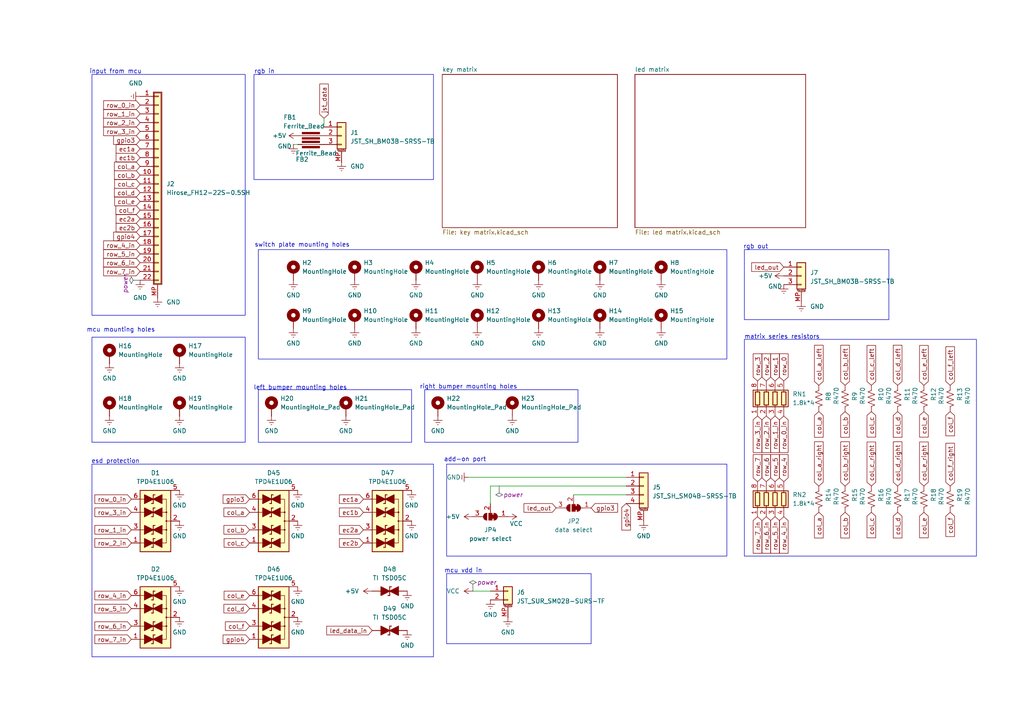
<source format=kicad_sch>
(kicad_sch (version 20231120) (generator "eeschema") (generator_version "8.0")
  (paper "A4")
  (title_block (title "coquette switch matrix (parpar)") (date "2025-01-20") (rev "2.0"))
  (lib_symbols
    (symbol "Connector_Generic_MountingPin:Conn_01x02_MountingPin" (pin_names (offset 1.016) hide)
      (property "Reference" "J" (at 0 2.54 0))
      (property "Value" "Conn_01x02_MountingPin" (at 1.27 -5.08 0))
      (symbol "Conn_01x02_MountingPin_1_1"
        (text "Mounting" (at 0 -4.191 0) (effects (font (size 0.381 0.381))))
        (pin passive line (at -5.08 0 0) (length 3.81) (name "Pin_1") (number "1"))
        (pin passive line (at -5.08 -2.54 0) (length 3.81) (name "Pin_2") (number "2"))
        (pin passive line (at 0 -7.62 90) (length 3.048) (name "MountPin") (number "MP"))
      )
    )
    (symbol "Connector_Generic_MountingPin:Conn_01x03_MountingPin" (pin_names (offset 1.016) hide)
      (property "Reference" "J" (at 0 5.08 0))
      (property "Value" "Conn_01x03_MountingPin" (at 1.27 -5.08 0))
      (symbol "Conn_01x03_MountingPin_1_1"
        (text "Mounting" (at 0 -4.191 0) (effects (font (size 0.381 0.381))))
        (pin passive line (at -5.08 2.54 0) (length 3.81) (name "Pin_1") (number "1"))
        (pin passive line (at -5.08 0 0) (length 3.81) (name "Pin_2") (number "2"))
        (pin passive line (at -5.08 -2.54 0) (length 3.81) (name "Pin_3") (number "3"))
        (pin passive line (at 0 -7.62 90) (length 3.048) (name "MountPin") (number "MP"))
      )
    )
    (symbol "Connector_Generic_MountingPin:Conn_01x04_MountingPin" (pin_names (offset 1.016) hide)
      (property "Reference" "J" (at 0 5.08 0))
      (property "Value" "Conn_01x04_MountingPin" (at 1.27 -7.62 0))
      (symbol "Conn_01x04_MountingPin_1_1"
        (text "Mounting" (at 0 -6.731 0) (effects (font (size 0.381 0.381))))
        (pin passive line (at -5.08 2.54 0) (length 3.81) (name "Pin_1") (number "1"))
        (pin passive line (at -5.08 0 0) (length 3.81) (name "Pin_2") (number "2"))
        (pin passive line (at -5.08 -2.54 0) (length 3.81) (name "Pin_3") (number "3"))
        (pin passive line (at -5.08 -5.08 0) (length 3.81) (name "Pin_4") (number "4"))
        (pin passive line (at 0 -10.16 90) (length 3.048) (name "MountPin") (number "MP"))
      )
    )
    (symbol "Connector_Generic_Shielded:Conn_01x22_Shielded" (pin_names (offset 1.016) hide)
      (property "Reference" "J1" (at 2.54 0.0001 0))
      (property "Value" "Conn_01x24_Shielded" (at 2.54 -2.5399 0))
      (symbol "Conn_01x22_Shielded_1_1"
        (pin passive line (at -5.08 25.4 0) (length 4.064) (name "Pin_1") (number "1"))
        (pin passive line (at -5.08 2.54 0) (length 4.064) (name "Pin_10") (number "10"))
        (pin passive line (at -5.08 0 0) (length 4.064) (name "Pin_11") (number "11"))
        (pin passive line (at -5.08 -2.54 0) (length 4.064) (name "Pin_12") (number "12"))
        (pin passive line (at -5.08 -5.08 0) (length 4.064) (name "Pin_13") (number "13"))
        (pin passive line (at -5.08 -7.62 0) (length 4.064) (name "Pin_14") (number "14"))
        (pin passive line (at -5.08 -10.16 0) (length 4.064) (name "Pin_15") (number "15"))
        (pin passive line (at -5.08 -12.7 0) (length 4.064) (name "Pin_16") (number "16"))
        (pin passive line (at -5.08 -15.24 0) (length 4.064) (name "Pin_17") (number "17"))
        (pin passive line (at -5.08 -17.78 0) (length 4.064) (name "Pin_18") (number "18"))
        (pin passive line (at -5.08 -20.32 0) (length 4.064) (name "Pin_19") (number "19"))
        (pin passive line (at -5.08 22.86 0) (length 4.064) (name "Pin_2") (number "2"))
        (pin passive line (at -5.08 -22.86 0) (length 4.064) (name "Pin_20") (number "20"))
        (pin passive line (at -5.08 -25.4 0) (length 4.064) (name "Pin_21") (number "21"))
        (pin passive line (at -5.08 -27.94 0) (length 4.064) (name "Pin_22") (number "22"))
        (pin passive line (at -5.08 20.32 0) (length 4.064) (name "Pin_3") (number "3"))
        (pin passive line (at -5.08 17.78 0) (length 4.064) (name "Pin_4") (number "4"))
        (pin passive line (at -5.08 15.24 0) (length 4.064) (name "Pin_5") (number "5"))
        (pin passive line (at -5.08 12.7 0) (length 4.064) (name "Pin_6") (number "6"))
        (pin passive line (at -5.08 10.16 0) (length 4.064) (name "Pin_7") (number "7"))
        (pin passive line (at -5.08 7.62 0) (length 4.064) (name "Pin_8") (number "8"))
        (pin passive line (at -5.08 5.08 0) (length 4.064) (name "Pin_9") (number "9"))
        (pin passive line (at 0 -33.02 90) (length 3.81) (name "MP") (number "MP"))
      )
    )
    (symbol "Device:R_US" (pin_numbers hide) (pin_names (offset 0))
      (property "Reference" "R" (at 2.54 0 90))
      (property "Value" "R_US" (at -2.54 0 90))
      (symbol "R_US_1_1"
        (pin passive line (at 0 3.81 270) (length 1.27) (name "~") (number "1"))
        (pin passive line (at 0 -3.81 90) (length 1.27) (name "~") (number "2"))
      )
    )
    (symbol "Jumper:SolderJumper_3_Bridged12" (pin_names (offset 0) hide) (exclude_from_sim yes) (in_bom no)
      (property "Reference" "JP" (at -2.54 -2.54 0))
      (property "Value" "SolderJumper_3_Bridged12" (at 0 2.794 0))
      (symbol "SolderJumper_3_Bridged12_1_1"
        (pin passive line (at -5.08 0 0) (length 2.54) (name "A") (number "1"))
        (pin passive line (at 0 -3.81 90) (length 2.54) (name "C") (number "2"))
        (pin passive line (at 5.08 0 180) (length 2.54) (name "B") (number "3"))
      )
    )
    (symbol "Mechanical:MountingHole_Pad" (pin_numbers hide) (pin_names (offset 1.016) hide) (exclude_from_sim yes) (in_bom no)
      (property "Reference" "H" (at 0 6.35 0))
      (property "Value" "MountingHole_Pad" (at 0 4.445 0))
      (symbol "MountingHole_Pad_1_1"
        (pin input line (at 0 -2.54 90) (length 2.54) (name "1") (number "1"))
      )
    )
    (symbol "PCM_4ms_Power-symbol:+5V" (power) (pin_names (offset 0))
      (property "Value" "+5V" (at 0 3.556 0))
      (symbol "+5V_1_1"
        (pin power_in line (at 0 0 90) (length 0) hide (name "+5V") (number "1"))
      )
    )
    (symbol "PCM_Device_AKL:Ferrite_Bead" (pin_numbers hide) (pin_names (offset 0))
      (property "Reference" "FB" (at 0 4.572 0))
      (property "Value" "Ferrite_Bead" (at 0 3.175 0))
      (symbol "Ferrite_Bead_1_1"
        (pin passive line (at -3.81 0 0) (length 1.27) (name "~") (number "1"))
        (pin passive line (at 3.81 0 180) (length 1.27) (name "~") (number "2"))
      )
    )
    (symbol "PCM_Diode_TVS_AKL:D_TVS_Bidirectional_Generic" (pin_numbers hide) (pin_names (offset 1.016) hide)
      (property "Reference" "D" (at 0 7.62 0))
      (property "Value" "D_TVS_Bidirectional_Generic" (at 0 5.08 0))
      (symbol "D_TVS_Bidirectional_Generic_1_1"
        (pin passive line (at -5.08 0 0) (length 2.54) (name "K") (number "1"))
        (pin passive line (at 5.08 0 180) (length 2.54) (name "A") (number "2"))
      )
      (symbol "D_TVS_Bidirectional_Generic_1_2"
        (pin passive line (at 3.81 3.81 180) (length 0) (name "K") (number "1"))
        (pin passive line (at -3.81 -3.81 0) (length 0) (name "A") (number "2"))
      )
    )
    (symbol "PCM_Resistor_AKL:R_4x0603_Concave" (pin_names (offset 0.002) hide)
      (property "Reference" "RN" (at 5.08 1.27 0))
      (property "Value" "R_4x0603_Concave" (at 5.08 -1.27 0))
      (symbol "R_4x0603_Concave_1_1"
        (pin passive line (at -5.08 -5.08 90) (length 2.54) (name "R1.1") (number "1"))
        (pin passive line (at -2.54 -5.08 90) (length 2.54) (name "R2.1") (number "2"))
        (pin passive line (at 0 -5.08 90) (length 2.54) (name "R3.1") (number "3"))
        (pin passive line (at 2.54 -5.08 90) (length 2.54) (name "R4.1") (number "4"))
        (pin passive line (at 2.54 5.08 270) (length 2.54) (name "R4.2") (number "5"))
        (pin passive line (at 0 5.08 270) (length 2.54) (name "R3.2") (number "6"))
        (pin passive line (at -2.54 5.08 270) (length 2.54) (name "R2.2") (number "7"))
        (pin passive line (at -5.08 5.08 270) (length 2.54) (name "R1.2") (number "8"))
      )
    )
    (symbol "coquette_symbols:TPD4E1U06" (pin_names (offset 1.016) hide)
      (property "Reference" "D10" (at 13.97 -0.635 90))
      (property "Value" "TPD4E1U06" (at 11.43 -0.635 90))
      (symbol "TPD4E1U06_1_1"
        (pin passive line (at -6.35 6.35 270) (length 2.54) (name "L1") (number "1"))
        (pin passive line (at 0 -7.62 90) (length 2.54) (name "VN") (number "2"))
        (pin passive line (at -2.54 6.35 270) (length 2.54) (name "L2") (number "3"))
        (pin passive line (at 2.54 6.35 270) (length 2.54) (name "L3") (number "4"))
        (pin passive line (at 8.89 -7.62 90) (length 2.54) (name "NC") (number "5"))
        (pin passive line (at 6.35 6.35 270) (length 2.54) (name "L4") (number "6"))
      )
    )
    (symbol "power:+5V" (power) (pin_numbers hide) (pin_names (offset 0) hide)
      (property "Value" "+5V" (at 0 3.556 0))
      (symbol "+5V_1_1"
        (pin power_in line (at 0 0 90) (length 0) (name "~") (number "1"))
      )
    )
    (symbol "power:Earth" (power) (pin_numbers hide) (pin_names (offset 0) hide)
      (property "Value" "Earth" (at 0 -3.81 0))
      (symbol "Earth_1_1"
        (pin power_in line (at 0 0 270) (length 0) (name "~") (number "1"))
      )
    )
    (symbol "power:VCC" (power) (pin_numbers hide) (pin_names (offset 0) hide)
      (property "Value" "VCC" (at 0 3.556 0))
      (symbol "VCC_1_1"
        (pin power_in line (at 0 0 90) (length 0) (name "~") (number "1"))
      )
    )
  )
  (wire (pts (xy 166.37 143.51) (xy 181.61 143.51)))
  (wire (pts (xy 85.09 41.91) (xy 86.36 41.91)))
  (wire (pts (xy 137.16 171.45) (xy 142.24 171.45)))
  (wire (pts (xy 142.24 140.97) (xy 142.24 146.05)))
  (wire (pts (xy 181.61 138.43) (xy 135.89 138.43)))
  (wire (pts (xy 142.24 140.97) (xy 181.61 140.97)))
  (wire (pts (xy 93.98 34.29) (xy 93.98 36.83)))
  (rectangle (start 74.93 113.03) (end 119.38 128.27))
  (rectangle (start 129.54 134.62) (end 210.82 161.29))
  (rectangle (start 74.93 72.39) (end 210.82 104.14))
  (rectangle (start 123.19 113.03) (end 167.64 128.27))
  (rectangle (start 26.67 21.59) (end 71.12 91.44))
  (rectangle (start 215.9 98.425) (end 283.21 161.29))
  (rectangle (start 26.67 97.79) (end 71.12 128.27))
  (rectangle (start 26.67 134.62) (end 125.73 190.5))
  (rectangle (start 129.54 166.37) (end 171.45 186.69))
  (rectangle (start 73.66 21.59) (end 125.73 52.07))
  (rectangle (start 215.9 72.39) (end 257.81 92.71))
  (text "add-on port" (at 134.874 133.35 0) (effects (font (size 1.27 1.27))))
  (text "rgb out" (at 219.202 71.628 0) (effects (font (size 1.27 1.27))))
  (text "input from mcu" (at 33.528 20.828 0) (effects (font (size 1.27 1.27))))
  (text "esd protection" (at 33.528 133.858 0) (effects (font (size 1.27 1.27))))
  (text "mcu vdd in" (at 134.366 165.608 0) (effects (font (size 1.27 1.27))))
  (text "mcu mounting holes" (at 35.052 95.758 0) (effects (font (size 1.27 1.27))))
  (text "matrix series resistors" (at 226.822 97.79 0) (effects (font (size 1.27 1.27))))
  (text "rgb in" (at 76.708 20.828 0) (effects (font (size 1.27 1.27))))
  (text "right bumper mounting holes" (at 135.89 112.268 0) (effects (font (size 1.27 1.27))))
  (text "left bumper mounting holes" (at 87.122 112.522 0) (effects (font (size 1.27 1.27))))
  (text "switch plate mounting holes" (at 87.63 71.12 0) (effects (font (size 1.27 1.27))))
  (global_label "row_0_in" (shape input) (at 40.64 30.48 180) (property "Intersheetrefs" "${INTERSHEET_REFS}" (effects (hide yes))))
  (global_label "col_e_right" (shape input) (at 267.97 140.97 90) (property "Intersheetrefs" "${INTERSHEET_REFS}" (effects (hide yes))))
  (global_label "row_3_in" (shape input) (at 38.1 148.59 180) (property "Intersheetrefs" "${INTERSHEET_REFS}" (effects (hide yes))))
  (global_label "col_d_right" (shape input) (at 260.35 140.97 90) (property "Intersheetrefs" "${INTERSHEET_REFS}" (effects (hide yes))))
  (global_label "row_4_in" (shape input) (at 38.1 172.72 180) (property "Intersheetrefs" "${INTERSHEET_REFS}" (effects (hide yes))))
  (global_label "row_5_in" (shape input) (at 40.64 73.66 180) (property "Intersheetrefs" "${INTERSHEET_REFS}" (effects (hide yes))))
  (global_label "ec2b" (shape input) (at 105.41 157.48 180) (property "Intersheetrefs" "${INTERSHEET_REFS}" (effects (hide yes))))
  (global_label "row_6_in" (shape input) (at 38.1 181.61 180) (property "Intersheetrefs" "${INTERSHEET_REFS}" (effects (hide yes))))
  (global_label "row_6_in" (shape input) (at 40.64 76.2 180) (property "Intersheetrefs" "${INTERSHEET_REFS}" (effects (hide yes))))
  (global_label "col_d_left" (shape input) (at 260.35 111.76 90) (property "Intersheetrefs" "${INTERSHEET_REFS}" (effects (hide yes))))
  (global_label "row_1_in" (shape input) (at 40.64 33.02 180) (property "Intersheetrefs" "${INTERSHEET_REFS}" (effects (hide yes))))
  (global_label "col_e" (shape input) (at 267.97 119.38 270) (property "Intersheetrefs" "${INTERSHEET_REFS}" (effects (hide yes))))
  (global_label "ec1a" (shape input) (at 40.64 43.18 180) (property "Intersheetrefs" "${INTERSHEET_REFS}" (effects (hide yes))))
  (global_label "ec1b" (shape input) (at 40.64 45.72 180) (property "Intersheetrefs" "${INTERSHEET_REFS}" (effects (hide yes))))
  (global_label "ec2a" (shape input) (at 40.64 63.5 180) (property "Intersheetrefs" "${INTERSHEET_REFS}" (effects (hide yes))))
  (global_label "led_out" (shape input) (at 227.33 77.47 180) (property "Intersheetrefs" "${INTERSHEET_REFS}" (effects (hide yes))))
  (global_label "col_a" (shape input) (at 72.39 148.59 180) (property "Intersheetrefs" "${INTERSHEET_REFS}" (effects (hide yes))))
  (global_label "col_f" (shape input) (at 72.39 181.61 180) (property "Intersheetrefs" "${INTERSHEET_REFS}" (effects (hide yes))))
  (global_label "gpio3" (shape input) (at 40.64 40.64 180) (property "Intersheetrefs" "${INTERSHEET_REFS}" (effects (hide yes))))
  (global_label "row_2_in" (shape input) (at 40.64 35.56 180) (property "Intersheetrefs" "${INTERSHEET_REFS}" (effects (hide yes))))
  (global_label "col_d" (shape input) (at 260.35 119.38 270) (property "Intersheetrefs" "${INTERSHEET_REFS}" (effects (hide yes))))
  (global_label "row_4" (shape input) (at 227.33 139.7 90) (property "Intersheetrefs" "${INTERSHEET_REFS}" (effects (hide yes))))
  (global_label "col_c" (shape input) (at 40.64 53.34 180) (property "Intersheetrefs" "${INTERSHEET_REFS}" (effects (hide yes))))
  (global_label "ec1b" (shape input) (at 105.41 148.59 180) (property "Intersheetrefs" "${INTERSHEET_REFS}" (effects (hide yes))))
  (global_label "row_5" (shape input) (at 224.79 139.7 90) (property "Intersheetrefs" "${INTERSHEET_REFS}" (effects (hide yes))))
  (global_label "row_2_in" (shape input) (at 38.1 157.48 180) (property "Intersheetrefs" "${INTERSHEET_REFS}" (effects (hide yes))))
  (global_label "gpio3" (shape input) (at 171.45 147.32 0) (property "Intersheetrefs" "${INTERSHEET_REFS}" (effects (hide yes))))
  (global_label "col_c" (shape input) (at 252.73 148.59 270) (property "Intersheetrefs" "${INTERSHEET_REFS}" (effects (hide yes))))
  (global_label "col_b" (shape input) (at 72.39 153.67 180) (property "Intersheetrefs" "${INTERSHEET_REFS}" (effects (hide yes))))
  (global_label "row_6" (shape input) (at 222.25 139.7 90) (property "Intersheetrefs" "${INTERSHEET_REFS}" (effects (hide yes))))
  (global_label "col_a_right" (shape input) (at 237.49 140.97 90) (property "Intersheetrefs" "${INTERSHEET_REFS}" (effects (hide yes))))
  (global_label "col_b_right" (shape input) (at 245.11 140.97 90) (property "Intersheetrefs" "${INTERSHEET_REFS}" (effects (hide yes))))
  (global_label "col_d" (shape input) (at 40.64 55.88 180) (property "Intersheetrefs" "${INTERSHEET_REFS}" (effects (hide yes))))
  (global_label "col_d" (shape input) (at 72.39 176.53 180) (property "Intersheetrefs" "${INTERSHEET_REFS}" (effects (hide yes))))
  (global_label "col_f_left" (shape input) (at 275.59 111.76 90) (property "Intersheetrefs" "${INTERSHEET_REFS}" (effects (hide yes))))
  (global_label "row_5_in" (shape input) (at 224.79 149.86 270) (property "Intersheetrefs" "${INTERSHEET_REFS}" (effects (hide yes))))
  (global_label "gpio4" (shape input) (at 181.61 146.05 270) (property "Intersheetrefs" "${INTERSHEET_REFS}" (effects (hide yes))))
  (global_label "col_e_left" (shape input) (at 267.97 111.76 90) (property "Intersheetrefs" "${INTERSHEET_REFS}" (effects (hide yes))))
  (global_label "col_f" (shape input) (at 40.64 60.96 180) (property "Intersheetrefs" "${INTERSHEET_REFS}" (effects (hide yes))))
  (global_label "row_4_in" (shape input) (at 40.64 71.12 180) (property "Intersheetrefs" "${INTERSHEET_REFS}" (effects (hide yes))))
  (global_label "row_3_in" (shape input) (at 40.64 38.1 180) (property "Intersheetrefs" "${INTERSHEET_REFS}" (effects (hide yes))))
  (global_label "col_b" (shape input) (at 245.11 119.38 270) (property "Intersheetrefs" "${INTERSHEET_REFS}" (effects (hide yes))))
  (global_label "row_1_in" (shape input) (at 224.79 120.65 270) (property "Intersheetrefs" "${INTERSHEET_REFS}" (effects (hide yes))))
  (global_label "col_a" (shape input) (at 237.49 148.59 270) (property "Intersheetrefs" "${INTERSHEET_REFS}" (effects (hide yes))))
  (global_label "ec2a" (shape input) (at 105.41 153.67 180) (property "Intersheetrefs" "${INTERSHEET_REFS}" (effects (hide yes))))
  (global_label "row_0" (shape input) (at 227.33 110.49 90) (property "Intersheetrefs" "${INTERSHEET_REFS}" (effects (hide yes))))
  (global_label "row_1_in" (shape input) (at 38.1 153.67 180) (property "Intersheetrefs" "${INTERSHEET_REFS}" (effects (hide yes))))
  (global_label "gpio4" (shape input) (at 72.39 185.42 180) (property "Intersheetrefs" "${INTERSHEET_REFS}" (effects (hide yes))))
  (global_label "row_7_in" (shape input) (at 40.64 78.74 180) (property "Intersheetrefs" "${INTERSHEET_REFS}" (effects (hide yes))))
  (global_label "col_c" (shape input) (at 252.73 119.38 270) (property "Intersheetrefs" "${INTERSHEET_REFS}" (effects (hide yes))))
  (global_label "col_a_left" (shape input) (at 237.49 111.76 90) (property "Intersheetrefs" "${INTERSHEET_REFS}" (effects (hide yes))))
  (global_label "col_e" (shape input) (at 40.64 58.42 180) (property "Intersheetrefs" "${INTERSHEET_REFS}" (effects (hide yes))))
  (global_label "row_3_in" (shape input) (at 219.71 120.65 270) (property "Intersheetrefs" "${INTERSHEET_REFS}" (effects (hide yes))))
  (global_label "jst_data" (shape input) (at 93.98 34.29 90) (property "Intersheetrefs" "${INTERSHEET_REFS}" (effects (hide yes))))
  (global_label "col_f_right" (shape input) (at 275.59 140.97 90) (property "Intersheetrefs" "${INTERSHEET_REFS}" (effects (hide yes))))
  (global_label "col_a" (shape input) (at 40.64 48.26 180) (property "Intersheetrefs" "${INTERSHEET_REFS}" (effects (hide yes))))
  (global_label "ec1a" (shape input) (at 105.41 144.78 180) (property "Intersheetrefs" "${INTERSHEET_REFS}" (effects (hide yes))))
  (global_label "col_f" (shape input) (at 275.59 119.38 270) (property "Intersheetrefs" "${INTERSHEET_REFS}" (effects (hide yes))))
  (global_label "row_1" (shape input) (at 224.79 110.49 90) (property "Intersheetrefs" "${INTERSHEET_REFS}" (effects (hide yes))))
  (global_label "col_b" (shape input) (at 245.11 148.59 270) (property "Intersheetrefs" "${INTERSHEET_REFS}" (effects (hide yes))))
  (global_label "col_d" (shape input) (at 260.35 148.59 270) (property "Intersheetrefs" "${INTERSHEET_REFS}" (effects (hide yes))))
  (global_label "row_2_in" (shape input) (at 222.25 120.65 270) (property "Intersheetrefs" "${INTERSHEET_REFS}" (effects (hide yes))))
  (global_label "row_0_in" (shape input) (at 227.33 120.65 270) (property "Intersheetrefs" "${INTERSHEET_REFS}" (effects (hide yes))))
  (global_label "row_4_in" (shape input) (at 227.33 149.86 270) (property "Intersheetrefs" "${INTERSHEET_REFS}" (effects (hide yes))))
  (global_label "led_data_in" (shape input) (at 107.95 182.88 180) (property "Intersheetrefs" "${INTERSHEET_REFS}" (effects (hide yes))))
  (global_label "col_a" (shape input) (at 237.49 119.38 270) (property "Intersheetrefs" "${INTERSHEET_REFS}" (effects (hide yes))))
  (global_label "row_3" (shape input) (at 219.71 110.49 90) (property "Intersheetrefs" "${INTERSHEET_REFS}" (effects (hide yes))))
  (global_label "led_out" (shape input) (at 161.29 147.32 180) (property "Intersheetrefs" "${INTERSHEET_REFS}" (effects (hide yes))))
  (global_label "row_7_in" (shape input) (at 219.71 149.86 270) (property "Intersheetrefs" "${INTERSHEET_REFS}" (effects (hide yes))))
  (global_label "col_b" (shape input) (at 40.64 50.8 180) (property "Intersheetrefs" "${INTERSHEET_REFS}" (effects (hide yes))))
  (global_label "row_2" (shape input) (at 222.25 110.49 90) (property "Intersheetrefs" "${INTERSHEET_REFS}" (effects (hide yes))))
  (global_label "gpio3" (shape input) (at 72.39 144.78 180) (property "Intersheetrefs" "${INTERSHEET_REFS}" (effects (hide yes))))
  (global_label "row_0_in" (shape input) (at 38.1 144.78 180) (property "Intersheetrefs" "${INTERSHEET_REFS}" (effects (hide yes))))
  (global_label "col_e" (shape input) (at 72.39 172.72 180) (property "Intersheetrefs" "${INTERSHEET_REFS}" (effects (hide yes))))
  (global_label "gpio4" (shape input) (at 40.64 68.58 180) (property "Intersheetrefs" "${INTERSHEET_REFS}" (effects (hide yes))))
  (global_label "col_e" (shape input) (at 267.97 148.59 270) (property "Intersheetrefs" "${INTERSHEET_REFS}" (effects (hide yes))))
  (global_label "row_7_in" (shape input) (at 38.1 185.42 180) (property "Intersheetrefs" "${INTERSHEET_REFS}" (effects (hide yes))))
  (global_label "row_5_in" (shape input) (at 38.1 176.53 180) (property "Intersheetrefs" "${INTERSHEET_REFS}" (effects (hide yes))))
  (global_label "row_7" (shape input) (at 219.71 139.7 90) (property "Intersheetrefs" "${INTERSHEET_REFS}" (effects (hide yes))))
  (global_label "col_c_left" (shape input) (at 252.73 111.76 90) (property "Intersheetrefs" "${INTERSHEET_REFS}" (effects (hide yes))))
  (global_label "col_b_left" (shape input) (at 245.11 111.76 90) (property "Intersheetrefs" "${INTERSHEET_REFS}" (effects (hide yes))))
  (global_label "col_c" (shape input) (at 72.39 157.48 180) (property "Intersheetrefs" "${INTERSHEET_REFS}" (effects (hide yes))))
  (global_label "row_6_in" (shape input) (at 222.25 149.86 270) (property "Intersheetrefs" "${INTERSHEET_REFS}" (effects (hide yes))))
  (global_label "ec2b" (shape input) (at 40.64 66.04 180) (property "Intersheetrefs" "${INTERSHEET_REFS}" (effects (hide yes))))
  (global_label "col_f" (shape input) (at 275.59 148.59 270) (property "Intersheetrefs" "${INTERSHEET_REFS}" (effects (hide yes))))
  (global_label "col_c_right" (shape input) (at 252.73 140.97 90) (property "Intersheetrefs" "${INTERSHEET_REFS}" (effects (hide yes))))
  (netclass_flag "" (length 2.54) (shape diamond) (at 137.16 171.45 0) (property "Netclass" "power" (at 138.3665 168.91 0) (effects (font (italic yes)) (justify left))))
  (netclass_flag "" (length 2.54) (shape diamond) (at 40.64 81.28 90) (property "Netclass" "power" (at 36.322 85.09 90) (effects (font (italic yes)) (justify left))))
  (netclass_flag "" (length 2.54) (shape diamond) (at 144.78 140.97 180) (property "Netclass" "power" (at 145.9865 143.51 0) (effects (font (italic yes)) (justify left))))
  (symbol (lib_id "Mechanical:MountingHole_Pad") (at 85.09 92.71 0) (unit 1) (exclude_from_sim yes) (in_bom no)
    (property "Reference" "H9" (at 87.63 90.1699 0) (effects (justify left)))
    (property "Value" "MountingHole" (at 87.63 92.7099 0) (effects (justify left)))
    (property "Footprint" "MountingHole:MountingHole_3.2mm_M3_DIN965_Pad" (effects (hide yes)))
    (property "Description" "Mounting Hole with connection" (effects (hide yes)))
  )
  (symbol (lib_id "power:Earth") (at 119.38 151.13 0) (unit 1)
    (property "Reference" "#PWR068" (effects (hide yes)))
    (property "Value" "GND" (at 119.38 155.448 0))
    (property "Description" "Power symbol creates a global label with name \"Earth\"" (effects (hide yes)))
  )
  (symbol (lib_id "coquette_symbols:TPD4E1U06") (at 44.45 179.07 90) (unit 1)
    (property "Reference" "D2" (at 45.085 165.1 90))
    (property "Value" "TPD4E1U06" (at 45.085 167.64 90))
    (property "Footprint" "PCM_Package_TO_SOT_SMD_AKL:SOT-363_SC-70-6" (effects (hide yes)))
    (property "Description" "TVS Diode Array, 4 protected lines, Generic symbol, Alternate KiCAD Library" (effects (hide yes)))
  )
  (symbol (lib_id "Mechanical:MountingHole_Pad") (at 100.33 118.11 0) (unit 1) (exclude_from_sim yes) (in_bom no)
    (property "Reference" "H21" (at 102.87 115.5699 0) (effects (justify left)))
    (property "Value" "MountingHole_Pad" (at 102.87 118.1099 0) (effects (justify left)))
    (property "Footprint" "MountingHole:MountingHole_2.2mm_M2_DIN965_Pad" (effects (hide yes)))
    (property "Description" "Mounting Hole with connection" (effects (hide yes)))
  )
  (symbol (lib_id "power:Earth") (at 138.43 95.25 0) (unit 1)
    (property "Reference" "#PWR017" (effects (hide yes)))
    (property "Value" "GND" (at 138.43 99.568 0))
    (property "Description" "Power symbol creates a global label with name \"Earth\"" (effects (hide yes)))
  )
  (symbol (lib_id "power:Earth") (at 52.07 151.13 0) (unit 1)
    (property "Reference" "#PWR064" (effects (hide yes)))
    (property "Value" "GND" (at 52.07 155.448 0))
    (property "Description" "Power symbol creates a global label with name \"Earth\"" (effects (hide yes)))
  )
  (symbol (lib_id "power:Earth") (at 119.38 142.24 0) (unit 1)
    (property "Reference" "#PWR073" (effects (hide yes)))
    (property "Value" "GND" (at 119.38 146.558 0))
    (property "Description" "Power symbol creates a global label with name \"Earth\"" (effects (hide yes)))
  )
  (symbol (lib_id "Device:R_US") (at 275.59 115.57 0) (mirror x) (unit 1)
    (property "Reference" "R13" (at 278.384 116.332 90) (effects (justify right)))
    (property "Value" "R470" (at 280.67 117.348 90) (effects (justify right)))
    (property "Footprint" "Resistor_SMD:R_0805_2012Metric" (effects (hide yes)))
    (property "Description" "Resistor, US symbol" (effects (hide yes)))
  )
  (symbol (lib_id "Mechanical:MountingHole_Pad") (at 127 118.11 0) (unit 1) (exclude_from_sim yes) (in_bom no)
    (property "Reference" "H22" (at 129.54 115.5699 0) (effects (justify left)))
    (property "Value" "MountingHole_Pad" (at 129.54 118.1099 0) (effects (justify left)))
    (property "Footprint" "MountingHole:MountingHole_2.2mm_M2_DIN965_Pad" (effects (hide yes)))
    (property "Description" "Mounting Hole with connection" (effects (hide yes)))
  )
  (symbol (lib_id "power:Earth") (at 52.07 105.41 0) (unit 1)
    (property "Reference" "#PWR022" (effects (hide yes)))
    (property "Value" "GND" (at 52.07 109.728 0))
    (property "Description" "Power symbol creates a global label with name \"Earth\"" (effects (hide yes)))
  )
  (symbol (lib_id "power:Earth") (at 227.33 82.55 0) (unit 1)
    (property "Reference" "#PWR0133" (effects (hide yes)))
    (property "Value" "GND" (at 222.758 83.058 0) (effects (justify left)))
    (property "Description" "Power symbol creates a global label with name \"Earth\"" (effects (hide yes)))
  )
  (symbol (lib_id "power:Earth") (at 102.87 95.25 0) (unit 1)
    (property "Reference" "#PWR015" (effects (hide yes)))
    (property "Value" "GND" (at 102.87 99.568 0))
    (property "Description" "Power symbol creates a global label with name \"Earth\"" (effects (hide yes)))
  )
  (symbol (lib_id "power:Earth") (at 135.89 138.43 270) (unit 1)
    (property "Reference" "#PWR0123" (effects (hide yes)))
    (property "Value" "GND" (at 131.572 138.43 90))
    (property "Description" "Power symbol creates a global label with name \"Earth\"" (effects (hide yes)))
  )
  (symbol (lib_id "coquette_symbols:TPD4E1U06") (at 78.74 179.07 90) (unit 1)
    (property "Reference" "D46" (at 79.375 165.1 90))
    (property "Value" "TPD4E1U06" (at 79.375 167.64 90))
    (property "Footprint" "PCM_Package_TO_SOT_SMD_AKL:SOT-363_SC-70-6" (effects (hide yes)))
    (property "Description" "TVS Diode Array, 4 protected lines, Generic symbol, Alternate KiCAD Library" (effects (hide yes)))
  )
  (symbol (lib_id "power:Earth") (at 232.41 87.63 0) (unit 1)
    (property "Reference" "#PWR0134" (effects (hide yes)))
    (property "Value" "GND" (at 234.95 88.8999 0) (effects (justify left)))
    (property "Description" "Power symbol creates a global label with name \"Earth\"" (effects (hide yes)))
  )
  (symbol (lib_id "Mechanical:MountingHole_Pad") (at 52.07 118.11 0) (unit 1) (exclude_from_sim yes) (in_bom no)
    (property "Reference" "H19" (at 54.61 115.5699 0) (effects (justify left)))
    (property "Value" "MountingHole" (at 54.61 118.1099 0) (effects (justify left)))
    (property "Footprint" "MountingHole:MountingHole_3.2mm_M3_DIN965_Pad" (effects (hide yes)))
    (property "Description" "Mounting Hole with connection" (effects (hide yes)))
  )
  (symbol (lib_id "PCM_Diode_TVS_AKL:D_TVS_Bidirectional_Generic") (at 113.03 182.88 0) (unit 1)
    (property "Reference" "D49" (at 113.03 176.53 0))
    (property "Value" "TI TSD05C" (at 113.03 179.07 0))
    (property "Footprint" "PCM_Diode_SMD_AKL:D_SOD-323_TVS" (effects (hide yes)))
    (property "Description" "Bidirectional TVS Diode, Generic symbol, Alternate KiCAD Library" (effects (hide yes)))
  )
  (symbol (lib_id "PCM_Device_AKL:Ferrite_Bead") (at 90.17 39.37 0) (unit 1)
    (property "Reference" "FB1" (at 84.074 34.036 0))
    (property "Value" "Ferrite_Bead" (at 88.138 36.576 0))
    (property "Footprint" "PCM_Ferrite_SMD_AKL:Ferrite_0805_2012Metric" (effects (hide yes)))
    (property "Description" "Ferrite bead, Alternate KiCAD Library" (effects (hide yes)))
  )
  (symbol (lib_id "Mechanical:MountingHole_Pad") (at 31.75 118.11 0) (unit 1) (exclude_from_sim yes) (in_bom no)
    (property "Reference" "H18" (at 34.29 115.5699 0) (effects (justify left)))
    (property "Value" "MountingHole" (at 34.29 118.1099 0) (effects (justify left)))
    (property "Footprint" "MountingHole:MountingHole_3.2mm_M3_DIN965_Pad" (effects (hide yes)))
    (property "Description" "Mounting Hole with connection" (effects (hide yes)))
  )
  (symbol (lib_id "PCM_4ms_Power-symbol:+5V") (at 86.36 39.37 90) (unit 1)
    (property "Reference" "#PWR02" (effects (hide yes)))
    (property "Value" "+5V" (at 83.058 39.37 90) (effects (justify left)))
  )
  (symbol (lib_id "power:Earth") (at 148.59 120.65 0) (unit 1)
    (property "Reference" "#PWR062" (effects (hide yes)))
    (property "Value" "GND" (at 148.59 124.968 0))
    (property "Description" "Power symbol creates a global label with name \"Earth\"" (effects (hide yes)))
  )
  (symbol (lib_id "power:Earth") (at 102.87 81.28 0) (unit 1)
    (property "Reference" "#PWR08" (effects (hide yes)))
    (property "Value" "GND" (at 102.87 85.598 0))
    (property "Description" "Power symbol creates a global label with name \"Earth\"" (effects (hide yes)))
  )
  (symbol (lib_id "Device:R_US") (at 275.59 144.78 0) (mirror x) (unit 1)
    (property "Reference" "R19" (at 278.384 145.542 90) (effects (justify right)))
    (property "Value" "R470" (at 280.67 146.558 90) (effects (justify right)))
    (property "Footprint" "Resistor_SMD:R_0805_2012Metric" (effects (hide yes)))
    (property "Description" "Resistor, US symbol" (effects (hide yes)))
  )
  (symbol (lib_id "power:Earth") (at 191.77 81.28 0) (unit 1)
    (property "Reference" "#PWR013" (effects (hide yes)))
    (property "Value" "GND" (at 191.77 85.598 0))
    (property "Description" "Power symbol creates a global label with name \"Earth\"" (effects (hide yes)))
  )
  (symbol (lib_id "Connector_Generic_MountingPin:Conn_01x03_MountingPin") (at 99.06 39.37 0) (unit 1)
    (property "Reference" "J1" (at 101.6 38.4555 0) (effects (justify left)))
    (property "Value" "JST_SH_BM03B-SRSS-TB" (at 101.6 40.9955 0) (effects (justify left)))
    (property "Footprint" "Connector_JST:JST_SH_BM03B-SRSS-TB_1x03-1MP_P1.00mm_Vertical" (effects (hide yes)))
    (property "Description" "Generic connectable mounting pin connector, single row, 01x03, script generated (kicad-library-utils/schlib/autogen/connector/)" (effects (hide yes)))
  )
  (symbol (lib_id "Mechanical:MountingHole_Pad") (at 173.99 92.71 0) (unit 1) (exclude_from_sim yes) (in_bom no)
    (property "Reference" "H14" (at 176.53 90.1699 0) (effects (justify left)))
    (property "Value" "MountingHole" (at 176.53 92.7099 0) (effects (justify left)))
    (property "Footprint" "MountingHole:MountingHole_3.2mm_M3_DIN965_Pad" (effects (hide yes)))
    (property "Description" "Mounting Hole with connection" (effects (hide yes)))
  )
  (symbol (lib_id "Mechanical:MountingHole_Pad") (at 102.87 78.74 0) (unit 1) (exclude_from_sim yes) (in_bom no)
    (property "Reference" "H3" (at 105.41 76.1999 0) (effects (justify left)))
    (property "Value" "MountingHole" (at 105.41 78.7399 0) (effects (justify left)))
    (property "Footprint" "MountingHole:MountingHole_3.2mm_M3_DIN965_Pad" (effects (hide yes)))
    (property "Description" "Mounting Hole with connection" (effects (hide yes)))
  )
  (symbol (lib_id "power:Earth") (at 191.77 95.25 0) (unit 1)
    (property "Reference" "#PWR020" (effects (hide yes)))
    (property "Value" "GND" (at 191.77 99.568 0))
    (property "Description" "Power symbol creates a global label with name \"Earth\"" (effects (hide yes)))
  )
  (symbol (lib_id "PCM_4ms_Power-symbol:+5V") (at 227.33 80.01 90) (unit 1)
    (property "Reference" "#PWR0132" (effects (hide yes)))
    (property "Value" "+5V" (at 224.028 80.01 90) (effects (justify left)))
  )
  (symbol (lib_id "Mechanical:MountingHole_Pad") (at 52.07 102.87 0) (unit 1) (exclude_from_sim yes) (in_bom no)
    (property "Reference" "H17" (at 54.61 100.3299 0) (effects (justify left)))
    (property "Value" "MountingHole" (at 54.61 102.8699 0) (effects (justify left)))
    (property "Footprint" "MountingHole:MountingHole_3.2mm_M3_DIN965_Pad" (effects (hide yes)))
    (property "Description" "Mounting Hole with connection" (effects (hide yes)))
  )
  (symbol (lib_id "power:Earth") (at 52.07 170.18 0) (unit 1)
    (property "Reference" "#PWR070" (effects (hide yes)))
    (property "Value" "GND" (at 52.07 174.498 0))
    (property "Description" "Power symbol creates a global label with name \"Earth\"" (effects (hide yes)))
  )
  (symbol (lib_id "Device:R_US") (at 245.11 144.78 0) (mirror x) (unit 1)
    (property "Reference" "R15" (at 247.904 145.542 90) (effects (justify right)))
    (property "Value" "R470" (at 250.19 146.558 90) (effects (justify right)))
    (property "Footprint" "Resistor_SMD:R_0805_2012Metric" (effects (hide yes)))
    (property "Description" "Resistor, US symbol" (effects (hide yes)))
  )
  (symbol (lib_id "power:VCC") (at 147.32 149.86 270) (unit 1)
    (property "Reference" "#PWR0127" (effects (hide yes)))
    (property "Value" "VCC" (at 147.828 151.892 90) (effects (justify left)))
    (property "Description" "Power symbol creates a global label with name \"VCC\"" (effects (hide yes)))
  )
  (symbol (lib_id "PCM_Resistor_AKL:R_4x0603_Concave") (at 224.79 115.57 0) (unit 1)
    (property "Reference" "RN1" (at 229.87 114.2999 0) (effects (justify left)))
    (property "Value" "1.8k*4" (at 229.87 116.8399 0) (effects (justify left)))
    (property "Footprint" "PCM_Resistor_SMD_AKL:R_Array_Concave_4x0603" (effects (hide yes)))
    (property "Description" "4x0603 SMD Resistor Network, Isolated, European Symbol, Alternate KiCad Library" (effects (hide yes)))
  )
  (symbol (lib_id "power:Earth") (at 52.07 120.65 0) (unit 1)
    (property "Reference" "#PWR024" (effects (hide yes)))
    (property "Value" "GND" (at 52.07 124.968 0))
    (property "Description" "Power symbol creates a global label with name \"Earth\"" (effects (hide yes)))
  )
  (symbol (lib_id "power:Earth") (at 173.99 95.25 0) (unit 1)
    (property "Reference" "#PWR019" (effects (hide yes)))
    (property "Value" "GND" (at 173.99 99.568 0))
    (property "Description" "Power symbol creates a global label with name \"Earth\"" (effects (hide yes)))
  )
  (symbol (lib_id "Device:R_US") (at 245.11 115.57 0) (mirror x) (unit 1)
    (property "Reference" "R9" (at 247.904 116.332 90) (effects (justify right)))
    (property "Value" "R470" (at 250.19 117.348 90) (effects (justify right)))
    (property "Footprint" "Resistor_SMD:R_0805_2012Metric" (effects (hide yes)))
    (property "Description" "Resistor, US symbol" (effects (hide yes)))
  )
  (symbol (lib_id "Mechanical:MountingHole_Pad") (at 191.77 78.74 0) (unit 1) (exclude_from_sim yes) (in_bom no)
    (property "Reference" "H8" (at 194.31 76.1999 0) (effects (justify left)))
    (property "Value" "MountingHole" (at 194.31 78.7399 0) (effects (justify left)))
    (property "Footprint" "MountingHole:MountingHole_3.2mm_M3_DIN965_Pad" (effects (hide yes)))
    (property "Description" "Mounting Hole with connection" (effects (hide yes)))
  )
  (symbol (lib_id "Mechanical:MountingHole_Pad") (at 120.65 92.71 0) (unit 1) (exclude_from_sim yes) (in_bom no)
    (property "Reference" "H11" (at 123.19 90.1699 0) (effects (justify left)))
    (property "Value" "MountingHole" (at 123.19 92.7099 0) (effects (justify left)))
    (property "Footprint" "MountingHole:MountingHole_3.2mm_M3_DIN965_Pad" (effects (hide yes)))
    (property "Description" "Mounting Hole with connection" (effects (hide yes)))
  )
  (symbol (lib_id "power:Earth") (at 40.64 27.94 270) (unit 1)
    (property "Reference" "#PWR01" (effects (hide yes)))
    (property "Value" "GND" (at 39.37 24.13 90))
    (property "Description" "Power symbol creates a global label with name \"Earth\"" (effects (hide yes)))
  )
  (symbol (lib_id "power:Earth") (at 86.36 142.24 0) (unit 1)
    (property "Reference" "#PWR072" (effects (hide yes)))
    (property "Value" "GND" (at 86.36 146.558 0))
    (property "Description" "Power symbol creates a global label with name \"Earth\"" (effects (hide yes)))
  )
  (symbol (lib_id "coquette_symbols:TPD4E1U06") (at 111.76 151.13 90) (unit 1)
    (property "Reference" "D47" (at 112.395 137.16 90))
    (property "Value" "TPD4E1U06" (at 112.395 139.7 90))
    (property "Footprint" "PCM_Package_TO_SOT_SMD_AKL:SOT-363_SC-70-6" (effects (hide yes)))
    (property "Description" "TVS Diode Array, 4 protected lines, Generic symbol, Alternate KiCAD Library" (effects (hide yes)))
  )
  (symbol (lib_id "power:Earth") (at 120.65 95.25 0) (unit 1)
    (property "Reference" "#PWR016" (effects (hide yes)))
    (property "Value" "GND" (at 120.65 99.568 0))
    (property "Description" "Power symbol creates a global label with name \"Earth\"" (effects (hide yes)))
  )
  (symbol (lib_id "Mechanical:MountingHole_Pad") (at 85.09 78.74 0) (unit 1) (exclude_from_sim yes) (in_bom no)
    (property "Reference" "H2" (at 87.63 76.1999 0) (effects (justify left)))
    (property "Value" "MountingHole" (at 87.63 78.7399 0) (effects (justify left)))
    (property "Footprint" "MountingHole:MountingHole_3.2mm_M3_DIN965_Pad" (effects (hide yes)))
    (property "Description" "Mounting Hole with connection" (effects (hide yes)))
  )
  (symbol (lib_id "Mechanical:MountingHole_Pad") (at 156.21 92.71 0) (unit 1) (exclude_from_sim yes) (in_bom no)
    (property "Reference" "H13" (at 158.75 90.1699 0) (effects (justify left)))
    (property "Value" "MountingHole" (at 158.75 92.7099 0) (effects (justify left)))
    (property "Footprint" "MountingHole:MountingHole_3.2mm_M3_DIN965_Pad" (effects (hide yes)))
    (property "Description" "Mounting Hole with connection" (effects (hide yes)))
  )
  (symbol (lib_id "power:Earth") (at 138.43 81.28 0) (unit 1)
    (property "Reference" "#PWR010" (effects (hide yes)))
    (property "Value" "GND" (at 138.43 85.598 0))
    (property "Description" "Power symbol creates a global label with name \"Earth\"" (effects (hide yes)))
  )
  (symbol (lib_id "power:+5V") (at 107.95 171.45 90) (unit 1)
    (property "Reference" "#PWR053" (effects (hide yes)))
    (property "Value" "+5V" (at 104.14 171.4499 90) (effects (justify left)))
    (property "Description" "Power symbol creates a global label with name \"+5V\"" (effects (hide yes)))
  )
  (symbol (lib_id "Mechanical:MountingHole_Pad") (at 120.65 78.74 0) (unit 1) (exclude_from_sim yes) (in_bom no)
    (property "Reference" "H4" (at 123.19 76.1999 0) (effects (justify left)))
    (property "Value" "MountingHole" (at 123.19 78.7399 0) (effects (justify left)))
    (property "Footprint" "MountingHole:MountingHole_3.2mm_M3_DIN965_Pad" (effects (hide yes)))
    (property "Description" "Mounting Hole with connection" (effects (hide yes)))
  )
  (symbol (lib_id "Device:R_US") (at 252.73 115.57 0) (mirror x) (unit 1)
    (property "Reference" "R10" (at 255.524 116.332 90) (effects (justify right)))
    (property "Value" "R470" (at 257.81 117.348 90) (effects (justify right)))
    (property "Footprint" "Resistor_SMD:R_0805_2012Metric" (effects (hide yes)))
    (property "Description" "Resistor, US symbol" (effects (hide yes)))
  )
  (symbol (lib_id "Connector_Generic_Shielded:Conn_01x22_Shielded") (at 45.72 53.34 0) (unit 1)
    (property "Reference" "J2" (at 48.26 53.3399 0) (effects (justify left)))
    (property "Value" "Hirose_FH12-22S-0.5SH" (at 48.26 55.8799 0) (effects (justify left)))
    (property "Footprint" "Connector_FFC-FPC:Hirose_FH12-22S-0.5SH_1x22-1MP_P0.50mm_Horizontal" (effects (hide yes)))
    (property "Description" "Generic shielded connector, single row, 01x22, script generated (kicad-library-utils/schlib/autogen/connector/)" (effects (hide yes)))
  )
  (symbol (lib_id "coquette_symbols:TPD4E1U06") (at 78.74 151.13 90) (unit 1)
    (property "Reference" "D45" (at 79.375 137.16 90))
    (property "Value" "TPD4E1U06" (at 79.375 139.7 90))
    (property "Footprint" "PCM_Package_TO_SOT_SMD_AKL:SOT-363_SC-70-6" (effects (hide yes)))
    (property "Description" "TVS Diode Array, 4 protected lines, Generic symbol, Alternate KiCAD Library" (effects (hide yes)))
  )
  (symbol (lib_id "power:Earth") (at 120.65 81.28 0) (unit 1)
    (property "Reference" "#PWR09" (effects (hide yes)))
    (property "Value" "GND" (at 120.65 85.598 0))
    (property "Description" "Power symbol creates a global label with name \"Earth\"" (effects (hide yes)))
  )
  (symbol (lib_id "power:+5V") (at 137.16 149.86 90) (unit 1)
    (property "Reference" "#PWR051" (effects (hide yes)))
    (property "Value" "+5V" (at 133.35 149.8599 90) (effects (justify left)))
    (property "Description" "Power symbol creates a global label with name \"+5V\"" (effects (hide yes)))
  )
  (symbol (lib_id "power:Earth") (at 118.11 171.45 0) (unit 1)
    (property "Reference" "#PWR069" (effects (hide yes)))
    (property "Value" "GND" (at 118.11 175.768 0))
    (property "Description" "Power symbol creates a global label with name \"Earth\"" (effects (hide yes)))
  )
  (symbol (lib_id "power:Earth") (at 86.36 179.07 0) (unit 1)
    (property "Reference" "#PWR066" (effects (hide yes)))
    (property "Value" "GND" (at 86.36 183.388 0))
    (property "Description" "Power symbol creates a global label with name \"Earth\"" (effects (hide yes)))
  )
  (symbol (lib_id "power:Earth") (at 156.21 81.28 0) (unit 1)
    (property "Reference" "#PWR011" (effects (hide yes)))
    (property "Value" "GND" (at 156.21 85.598 0))
    (property "Description" "Power symbol creates a global label with name \"Earth\"" (effects (hide yes)))
  )
  (symbol (lib_id "power:Earth") (at 40.64 81.28 0) (unit 1)
    (property "Reference" "#PWR05" (effects (hide yes)))
    (property "Value" "GND" (at 40.64 86.36 0))
    (property "Description" "Power symbol creates a global label with name \"Earth\"" (effects (hide yes)))
  )
  (symbol (lib_id "Device:R_US") (at 237.49 115.57 0) (mirror x) (unit 1)
    (property "Reference" "R8" (at 240.284 116.332 90) (effects (justify right)))
    (property "Value" "R470" (at 242.57 117.348 90) (effects (justify right)))
    (property "Footprint" "Resistor_SMD:R_0805_2012Metric" (effects (hide yes)))
    (property "Description" "Resistor, US symbol" (effects (hide yes)))
  )
  (symbol (lib_id "power:Earth") (at 45.72 86.36 0) (unit 1)
    (property "Reference" "#PWR06" (effects (hide yes)))
    (property "Value" "GND" (at 48.26 87.6299 0) (effects (justify left)))
    (property "Description" "Power symbol creates a global label with name \"Earth\"" (effects (hide yes)))
  )
  (symbol (lib_id "Mechanical:MountingHole_Pad") (at 173.99 78.74 0) (unit 1) (exclude_from_sim yes) (in_bom no)
    (property "Reference" "H7" (at 176.53 76.1999 0) (effects (justify left)))
    (property "Value" "MountingHole" (at 176.53 78.7399 0) (effects (justify left)))
    (property "Footprint" "MountingHole:MountingHole_3.2mm_M3_DIN965_Pad" (effects (hide yes)))
    (property "Description" "Mounting Hole with connection" (effects (hide yes)))
  )
  (symbol (lib_id "power:Earth") (at 156.21 95.25 0) (unit 1)
    (property "Reference" "#PWR018" (effects (hide yes)))
    (property "Value" "GND" (at 156.21 99.568 0))
    (property "Description" "Power symbol creates a global label with name \"Earth\"" (effects (hide yes)))
  )
  (symbol (lib_id "Device:R_US") (at 267.97 115.57 0) (mirror x) (unit 1)
    (property "Reference" "R12" (at 270.764 116.332 90) (effects (justify right)))
    (property "Value" "R470" (at 273.05 117.348 90) (effects (justify right)))
    (property "Footprint" "Resistor_SMD:R_0805_2012Metric" (effects (hide yes)))
    (property "Description" "Resistor, US symbol" (effects (hide yes)))
  )
  (symbol (lib_id "Mechanical:MountingHole_Pad") (at 138.43 92.71 0) (unit 1) (exclude_from_sim yes) (in_bom no)
    (property "Reference" "H12" (at 140.97 90.1699 0) (effects (justify left)))
    (property "Value" "MountingHole" (at 140.97 92.7099 0) (effects (justify left)))
    (property "Footprint" "MountingHole:MountingHole_3.2mm_M3_DIN965_Pad" (effects (hide yes)))
    (property "Description" "Mounting Hole with connection" (effects (hide yes)))
  )
  (symbol (lib_id "Mechanical:MountingHole_Pad") (at 31.75 102.87 0) (unit 1) (exclude_from_sim yes) (in_bom no)
    (property "Reference" "H16" (at 34.29 100.3299 0) (effects (justify left)))
    (property "Value" "MountingHole" (at 34.29 102.8699 0) (effects (justify left)))
    (property "Footprint" "MountingHole:MountingHole_3.2mm_M3_DIN965_Pad" (effects (hide yes)))
    (property "Description" "Mounting Hole with connection" (effects (hide yes)))
  )
  (symbol (lib_id "power:Earth") (at 100.33 120.65 0) (unit 1)
    (property "Reference" "#PWR059" (effects (hide yes)))
    (property "Value" "GND" (at 100.33 124.968 0))
    (property "Description" "Power symbol creates a global label with name \"Earth\"" (effects (hide yes)))
  )
  (symbol (lib_id "Mechanical:MountingHole_Pad") (at 138.43 78.74 0) (unit 1) (exclude_from_sim yes) (in_bom no)
    (property "Reference" "H5" (at 140.97 76.1999 0) (effects (justify left)))
    (property "Value" "MountingHole" (at 140.97 78.7399 0) (effects (justify left)))
    (property "Footprint" "MountingHole:MountingHole_3.2mm_M3_DIN965_Pad" (effects (hide yes)))
    (property "Description" "Mounting Hole with connection" (effects (hide yes)))
  )
  (symbol (lib_id "Jumper:SolderJumper_3_Bridged12") (at 142.24 149.86 180) (unit 1) (exclude_from_sim yes) (in_bom no)
    (property "Reference" "JP4" (at 142.24 153.67 0))
    (property "Value" "power select" (at 142.24 156.21 0))
    (property "Footprint" "Jumper:SolderJumper-3_P1.3mm_Bridged12_RoundedPad1.0x1.5mm" (effects (hide yes)))
    (property "Description" "3-pole Solder Jumper, pins 1+2 closed/bridged" (effects (hide yes)))
  )
  (symbol (lib_id "power:Earth") (at 173.99 81.28 0) (unit 1)
    (property "Reference" "#PWR012" (effects (hide yes)))
    (property "Value" "GND" (at 173.99 85.598 0))
    (property "Description" "Power symbol creates a global label with name \"Earth\"" (effects (hide yes)))
  )
  (symbol (lib_id "power:Earth") (at 78.74 120.65 0) (unit 1)
    (property "Reference" "#PWR060" (effects (hide yes)))
    (property "Value" "GND" (at 78.74 124.968 0))
    (property "Description" "Power symbol creates a global label with name \"Earth\"" (effects (hide yes)))
  )
  (symbol (lib_id "Connector_Generic_MountingPin:Conn_01x02_MountingPin") (at 147.32 171.45 0) (unit 1)
    (property "Reference" "J6" (at 149.86 171.8055 0) (effects (justify left)))
    (property "Value" "JST_SUR_SM02B-SURS-TF" (at 149.86 174.3455 0) (effects (justify left)))
    (property "Footprint" "Connector_JST:JST_SUR_SM02B-SURS-TF_1x02-1MP_P0.80mm_Horizontal" (effects (hide yes)))
    (property "Description" "Generic connectable mounting pin connector, single row, 01x02, script generated (kicad-library-utils/schlib/autogen/connector/)" (effects (hide yes)))
  )
  (symbol (lib_id "Connector_Generic_MountingPin:Conn_01x04_MountingPin") (at 186.69 140.97 0) (unit 1)
    (property "Reference" "J5" (at 189.23 141.3255 0) (effects (justify left)))
    (property "Value" "JST_SH_SM04B-SRSS-TB" (at 189.23 143.8655 0) (effects (justify left)))
    (property "Footprint" "Connector_JST:JST_SH_SM04B-SRSS-TB_1x04-1MP_P1.00mm_Horizontal" (effects (hide yes)))
    (property "Description" "Generic connectable mounting pin connector, single row, 01x04, script generated (kicad-library-utils/schlib/autogen/connector/)" (effects (hide yes)))
  )
  (symbol (lib_id "coquette_symbols:TPD4E1U06") (at 44.45 151.13 90) (unit 1)
    (property "Reference" "D1" (at 45.085 137.16 90))
    (property "Value" "TPD4E1U06" (at 45.085 139.7 90))
    (property "Footprint" "PCM_Package_TO_SOT_SMD_AKL:SOT-363_SC-70-6" (effects (hide yes)))
    (property "Description" "TVS Diode Array, 4 protected lines, Generic symbol, Alternate KiCAD Library" (effects (hide yes)))
  )
  (symbol (lib_id "power:Earth") (at 99.06 46.99 0) (unit 1)
    (property "Reference" "#PWR04" (effects (hide yes)))
    (property "Value" "GND" (at 101.6 48.2599 0) (effects (justify left)))
    (property "Description" "Power symbol creates a global label with name \"Earth\"" (effects (hide yes)))
  )
  (symbol (lib_id "Mechanical:MountingHole_Pad") (at 191.77 92.71 0) (unit 1) (exclude_from_sim yes) (in_bom no)
    (property "Reference" "H15" (at 194.31 90.1699 0) (effects (justify left)))
    (property "Value" "MountingHole" (at 194.31 92.7099 0) (effects (justify left)))
    (property "Footprint" "MountingHole:MountingHole_3.2mm_M3_DIN965_Pad" (effects (hide yes)))
    (property "Description" "Mounting Hole with connection" (effects (hide yes)))
  )
  (symbol (lib_id "power:Earth") (at 85.09 81.28 0) (unit 1)
    (property "Reference" "#PWR07" (effects (hide yes)))
    (property "Value" "GND" (at 85.09 85.598 0))
    (property "Description" "Power symbol creates a global label with name \"Earth\"" (effects (hide yes)))
  )
  (symbol (lib_id "Jumper:SolderJumper_3_Bridged12") (at 166.37 147.32 180) (unit 1) (exclude_from_sim yes) (in_bom no)
    (property "Reference" "JP2" (at 166.37 151.13 0))
    (property "Value" "data select" (at 166.37 153.67 0))
    (property "Footprint" "Jumper:SolderJumper-3_P1.3mm_Bridged12_RoundedPad1.0x1.5mm" (effects (hide yes)))
    (property "Description" "3-pole Solder Jumper, pins 1+2 closed/bridged" (effects (hide yes)))
  )
  (symbol (lib_id "power:VCC") (at 137.16 171.45 90) (unit 1)
    (property "Reference" "#PWR0128" (effects (hide yes)))
    (property "Value" "VCC" (at 133.35 171.4499 90) (effects (justify left)))
    (property "Description" "Power symbol creates a global label with name \"VCC\"" (effects (hide yes)))
  )
  (symbol (lib_id "Connector_Generic_MountingPin:Conn_01x03_MountingPin") (at 232.41 80.01 0) (unit 1)
    (property "Reference" "J7" (at 234.95 79.0955 0) (effects (justify left)))
    (property "Value" "JST_SH_BM03B-SRSS-TB" (at 234.95 81.6355 0) (effects (justify left)))
    (property "Footprint" "Connector_JST:JST_SH_BM03B-SRSS-TB_1x03-1MP_P1.00mm_Vertical" (effects (hide yes)))
    (property "Description" "Generic connectable mounting pin connector, single row, 01x03, script generated (kicad-library-utils/schlib/autogen/connector/)" (effects (hide yes)))
  )
  (symbol (lib_id "power:Earth") (at 85.09 41.91 0) (unit 1)
    (property "Reference" "#PWR03" (effects (hide yes)))
    (property "Value" "GND" (at 80.518 42.418 0) (effects (justify left)))
    (property "Description" "Power symbol creates a global label with name \"Earth\"" (effects (hide yes)))
  )
  (symbol (lib_id "Device:R_US") (at 237.49 144.78 0) (mirror x) (unit 1)
    (property "Reference" "R14" (at 240.284 145.542 90) (effects (justify right)))
    (property "Value" "R470" (at 242.57 146.558 90) (effects (justify right)))
    (property "Footprint" "Resistor_SMD:R_0805_2012Metric" (effects (hide yes)))
    (property "Description" "Resistor, US symbol" (effects (hide yes)))
  )
  (symbol (lib_id "power:Earth") (at 86.36 170.18 0) (unit 1)
    (property "Reference" "#PWR074" (effects (hide yes)))
    (property "Value" "GND" (at 86.36 174.498 0))
    (property "Description" "Power symbol creates a global label with name \"Earth\"" (effects (hide yes)))
  )
  (symbol (lib_id "Device:R_US") (at 252.73 144.78 0) (mirror x) (unit 1)
    (property "Reference" "R16" (at 255.524 145.542 90) (effects (justify right)))
    (property "Value" "R470" (at 257.81 146.558 90) (effects (justify right)))
    (property "Footprint" "Resistor_SMD:R_0805_2012Metric" (effects (hide yes)))
    (property "Description" "Resistor, US symbol" (effects (hide yes)))
  )
  (symbol (lib_id "Device:R_US") (at 267.97 144.78 0) (mirror x) (unit 1)
    (property "Reference" "R18" (at 270.764 145.542 90) (effects (justify right)))
    (property "Value" "R470" (at 273.05 146.558 90) (effects (justify right)))
    (property "Footprint" "Resistor_SMD:R_0805_2012Metric" (effects (hide yes)))
    (property "Description" "Resistor, US symbol" (effects (hide yes)))
  )
  (symbol (lib_id "power:Earth") (at 86.36 151.13 0) (unit 1)
    (property "Reference" "#PWR067" (effects (hide yes)))
    (property "Value" "GND" (at 86.36 155.448 0))
    (property "Description" "Power symbol creates a global label with name \"Earth\"" (effects (hide yes)))
  )
  (symbol (lib_id "power:Earth") (at 147.32 179.07 0) (unit 1)
    (property "Reference" "#PWR0130" (effects (hide yes)))
    (property "Value" "GND" (at 147.32 183.388 0))
    (property "Description" "Power symbol creates a global label with name \"Earth\"" (effects (hide yes)))
  )
  (symbol (lib_id "PCM_Resistor_AKL:R_4x0603_Concave") (at 224.79 144.78 0) (unit 1)
    (property "Reference" "RN2" (at 229.87 143.5099 0) (effects (justify left)))
    (property "Value" "1.8k*4" (at 229.87 146.0499 0) (effects (justify left)))
    (property "Footprint" "PCM_Resistor_SMD_AKL:R_Array_Concave_4x0603" (effects (hide yes)))
    (property "Description" "4x0603 SMD Resistor Network, Isolated, European Symbol, Alternate KiCad Library" (effects (hide yes)))
  )
  (symbol (lib_id "power:Earth") (at 31.75 120.65 0) (unit 1)
    (property "Reference" "#PWR023" (effects (hide yes)))
    (property "Value" "GND" (at 31.75 124.968 0))
    (property "Description" "Power symbol creates a global label with name \"Earth\"" (effects (hide yes)))
  )
  (symbol (lib_id "Mechanical:MountingHole_Pad") (at 102.87 92.71 0) (unit 1) (exclude_from_sim yes) (in_bom no)
    (property "Reference" "H10" (at 105.41 90.1699 0) (effects (justify left)))
    (property "Value" "MountingHole" (at 105.41 92.7099 0) (effects (justify left)))
    (property "Footprint" "MountingHole:MountingHole_3.2mm_M3_DIN965_Pad" (effects (hide yes)))
    (property "Description" "Mounting Hole with connection" (effects (hide yes)))
  )
  (symbol (lib_id "power:Earth") (at 186.69 151.13 0) (unit 1)
    (property "Reference" "#PWR0121" (effects (hide yes)))
    (property "Value" "GND" (at 186.69 155.448 0))
    (property "Description" "Power symbol creates a global label with name \"Earth\"" (effects (hide yes)))
  )
  (symbol (lib_id "power:Earth") (at 85.09 95.25 0) (unit 1)
    (property "Reference" "#PWR014" (effects (hide yes)))
    (property "Value" "GND" (at 85.09 99.568 0))
    (property "Description" "Power symbol creates a global label with name \"Earth\"" (effects (hide yes)))
  )
  (symbol (lib_id "power:Earth") (at 118.11 182.88 0) (unit 1)
    (property "Reference" "#PWR0122" (effects (hide yes)))
    (property "Value" "GND" (at 118.11 187.198 0))
    (property "Description" "Power symbol creates a global label with name \"Earth\"" (effects (hide yes)))
  )
  (symbol (lib_id "power:Earth") (at 127 120.65 0) (unit 1)
    (property "Reference" "#PWR061" (effects (hide yes)))
    (property "Value" "GND" (at 127 124.968 0))
    (property "Description" "Power symbol creates a global label with name \"Earth\"" (effects (hide yes)))
  )
  (symbol (lib_id "power:Earth") (at 142.24 173.99 0) (unit 1)
    (property "Reference" "#PWR0100" (effects (hide yes)))
    (property "Value" "GND" (at 142.24 178.308 0))
    (property "Description" "Power symbol creates a global label with name \"Earth\"" (effects (hide yes)))
  )
  (symbol (lib_id "power:Earth") (at 31.75 105.41 0) (unit 1)
    (property "Reference" "#PWR021" (effects (hide yes)))
    (property "Value" "GND" (at 31.75 109.728 0))
    (property "Description" "Power symbol creates a global label with name \"Earth\"" (effects (hide yes)))
  )
  (symbol (lib_id "Device:R_US") (at 260.35 144.78 0) (mirror x) (unit 1)
    (property "Reference" "R17" (at 263.144 145.542 90) (effects (justify right)))
    (property "Value" "R470" (at 265.43 146.558 90) (effects (justify right)))
    (property "Footprint" "Resistor_SMD:R_0805_2012Metric" (effects (hide yes)))
    (property "Description" "Resistor, US symbol" (effects (hide yes)))
  )
  (symbol (lib_id "Mechanical:MountingHole_Pad") (at 78.74 118.11 0) (unit 1) (exclude_from_sim yes) (in_bom no)
    (property "Reference" "H20" (at 81.28 115.5699 0) (effects (justify left)))
    (property "Value" "MountingHole_Pad" (at 81.28 118.1099 0) (effects (justify left)))
    (property "Footprint" "MountingHole:MountingHole_2.2mm_M2_DIN965_Pad" (effects (hide yes)))
    (property "Description" "Mounting Hole with connection" (effects (hide yes)))
  )
  (symbol (lib_id "power:Earth") (at 52.07 142.24 0) (unit 1)
    (property "Reference" "#PWR071" (effects (hide yes)))
    (property "Value" "GND" (at 52.07 146.558 0))
    (property "Description" "Power symbol creates a global label with name \"Earth\"" (effects (hide yes)))
  )
  (symbol (lib_id "Device:R_US") (at 260.35 115.57 0) (mirror x) (unit 1)
    (property "Reference" "R11" (at 263.144 116.332 90) (effects (justify right)))
    (property "Value" "R470" (at 265.43 117.348 90) (effects (justify right)))
    (property "Footprint" "Resistor_SMD:R_0805_2012Metric" (effects (hide yes)))
    (property "Description" "Resistor, US symbol" (effects (hide yes)))
  )
  (symbol (lib_id "Mechanical:MountingHole_Pad") (at 156.21 78.74 0) (unit 1) (exclude_from_sim yes) (in_bom no)
    (property "Reference" "H6" (at 158.75 76.1999 0) (effects (justify left)))
    (property "Value" "MountingHole" (at 158.75 78.7399 0) (effects (justify left)))
    (property "Footprint" "MountingHole:MountingHole_3.2mm_M3_DIN965_Pad" (effects (hide yes)))
    (property "Description" "Mounting Hole with connection" (effects (hide yes)))
  )
  (symbol (lib_id "power:Earth") (at 52.07 179.07 0) (unit 1)
    (property "Reference" "#PWR065" (effects (hide yes)))
    (property "Value" "GND" (at 52.07 183.388 0))
    (property "Description" "Power symbol creates a global label with name \"Earth\"" (effects (hide yes)))
  )
  (symbol (lib_id "PCM_Diode_TVS_AKL:D_TVS_Bidirectional_Generic") (at 113.03 171.45 0) (unit 1)
    (property "Reference" "D48" (at 113.03 165.1 0))
    (property "Value" "TI TSD05C" (at 113.03 167.64 0))
    (property "Footprint" "PCM_Diode_SMD_AKL:D_SOD-323_TVS" (effects (hide yes)))
    (property "Description" "Bidirectional TVS Diode, Generic symbol, Alternate KiCAD Library" (effects (hide yes)))
  )
  (symbol (lib_id "PCM_Device_AKL:Ferrite_Bead") (at 90.17 41.91 0) (unit 1)
    (property "Reference" "FB2" (at 87.63 46.228 0))
    (property "Value" "Ferrite_Bead" (at 91.694 44.45 0))
    (property "Footprint" "PCM_Ferrite_SMD_AKL:Ferrite_0805_2012Metric" (effects (hide yes)))
    (property "Description" "Ferrite bead, Alternate KiCAD Library" (effects (hide yes)))
  )
  (symbol (lib_id "Mechanical:MountingHole_Pad") (at 148.59 118.11 0) (unit 1) (exclude_from_sim yes) (in_bom no)
    (property "Reference" "H23" (at 151.13 115.5699 0) (effects (justify left)))
    (property "Value" "MountingHole_Pad" (at 151.13 118.1099 0) (effects (justify left)))
    (property "Footprint" "MountingHole:MountingHole_2.2mm_M2_DIN965_Pad" (effects (hide yes)))
    (property "Description" "Mounting Hole with connection" (effects (hide yes)))
  )
  (sheet (at 184.15 21.59) (size 49.53 44.45) (stroke (width 0.1524))
    (property "Sheetname" "led matrix" (at 184.15 20.8784 0) (effects (justify left bottom)))
    (property "Sheetfile" "led matrix.kicad_sch" (at 184.15 66.6246 0) (effects (justify left top)))
  )
  (sheet (at 128.27 21.59) (size 50.8 44.45) (stroke (width 0.1524))
    (property "Sheetname" "key matrix" (at 128.27 20.8784 0) (effects (justify left bottom)))
    (property "Sheetfile" "key matrix.kicad_sch" (at 128.27 66.6246 0) (effects (justify left top)))
  )
)
</source>
